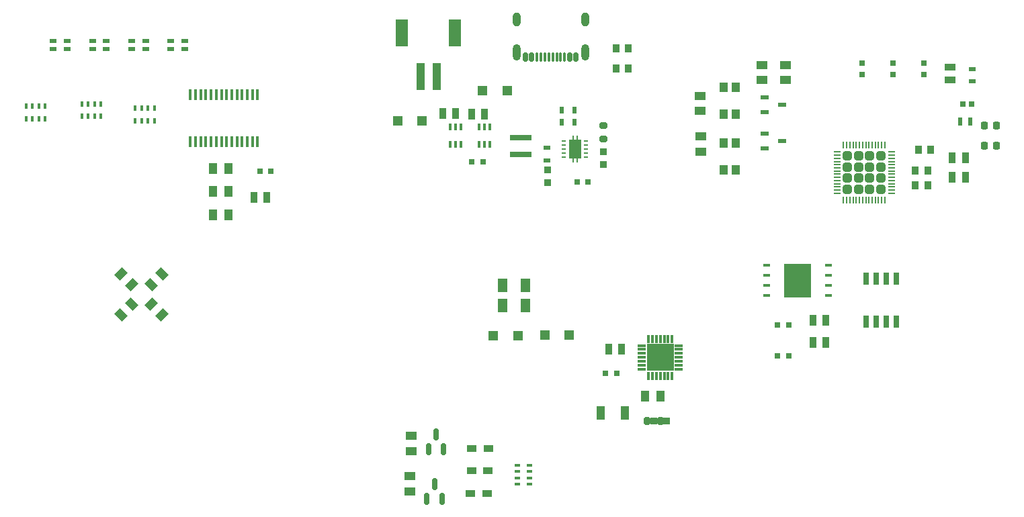
<source format=gtp>
G04 #@! TF.GenerationSoftware,KiCad,Pcbnew,9.0.2*
G04 #@! TF.CreationDate,2025-07-06T22:42:39-05:00*
G04 #@! TF.ProjectId,controller,636f6e74-726f-46c6-9c65-722e6b696361,rev?*
G04 #@! TF.SameCoordinates,Original*
G04 #@! TF.FileFunction,Paste,Top*
G04 #@! TF.FilePolarity,Positive*
%FSLAX46Y46*%
G04 Gerber Fmt 4.6, Leading zero omitted, Abs format (unit mm)*
G04 Created by KiCad (PCBNEW 9.0.2) date 2025-07-06 22:42:39*
%MOMM*%
%LPD*%
G01*
G04 APERTURE LIST*
G04 Aperture macros list*
%AMRoundRect*
0 Rectangle with rounded corners*
0 $1 Rounding radius*
0 $2 $3 $4 $5 $6 $7 $8 $9 X,Y pos of 4 corners*
0 Add a 4 corners polygon primitive as box body*
4,1,4,$2,$3,$4,$5,$6,$7,$8,$9,$2,$3,0*
0 Add four circle primitives for the rounded corners*
1,1,$1+$1,$2,$3*
1,1,$1+$1,$4,$5*
1,1,$1+$1,$6,$7*
1,1,$1+$1,$8,$9*
0 Add four rect primitives between the rounded corners*
20,1,$1+$1,$2,$3,$4,$5,0*
20,1,$1+$1,$4,$5,$6,$7,0*
20,1,$1+$1,$6,$7,$8,$9,0*
20,1,$1+$1,$8,$9,$2,$3,0*%
%AMRotRect*
0 Rectangle, with rotation*
0 The origin of the aperture is its center*
0 $1 length*
0 $2 width*
0 $3 Rotation angle, in degrees counterclockwise*
0 Add horizontal line*
21,1,$1,$2,0,0,$3*%
G04 Aperture macros list end*
%ADD10R,2.700000X0.800000*%
%ADD11R,0.540000X0.940000*%
%ADD12R,0.700000X0.700000*%
%ADD13R,0.900000X0.950000*%
%ADD14RoundRect,0.150000X0.150000X-0.587500X0.150000X0.587500X-0.150000X0.587500X-0.150000X-0.587500X0*%
%ADD15R,1.400000X1.000000*%
%ADD16RotRect,1.000000X1.400000X315.000000*%
%ADD17R,1.150000X1.220000*%
%ADD18R,0.450000X0.800000*%
%ADD19RoundRect,0.200000X-0.200000X-0.275000X0.200000X-0.275000X0.200000X0.275000X-0.200000X0.275000X0*%
%ADD20R,1.000000X1.400000*%
%ADD21R,0.950000X0.900000*%
%ADD22RotRect,1.000000X1.400000X225.000000*%
%ADD23R,0.850000X0.500000*%
%ADD24R,0.700000X0.425000*%
%ADD25R,0.800000X0.800000*%
%ADD26R,1.200000X0.950000*%
%ADD27R,1.000000X1.750000*%
%ADD28R,0.960000X1.390000*%
%ADD29R,1.100000X0.600000*%
%ADD30R,1.150000X1.800000*%
%ADD31RoundRect,0.225000X-0.225000X-0.250000X0.225000X-0.250000X0.225000X0.250000X-0.225000X0.250000X0*%
%ADD32RoundRect,0.150000X0.150000X0.425000X-0.150000X0.425000X-0.150000X-0.425000X0.150000X-0.425000X0*%
%ADD33RoundRect,0.075000X0.075000X0.500000X-0.075000X0.500000X-0.075000X-0.500000X0.075000X-0.500000X0*%
%ADD34O,1.000000X2.100000*%
%ADD35O,1.000000X1.800000*%
%ADD36R,0.950000X0.450000*%
%ADD37R,3.450000X4.350000*%
%ADD38R,0.940000X0.540000*%
%ADD39R,0.850000X1.000000*%
%ADD40RoundRect,0.250000X-0.315000X0.315000X-0.315000X-0.315000X0.315000X-0.315000X0.315000X0.315000X0*%
%ADD41RoundRect,0.050000X-0.050000X0.387500X-0.050000X-0.387500X0.050000X-0.387500X0.050000X0.387500X0*%
%ADD42RoundRect,0.050000X-0.387500X0.050000X-0.387500X-0.050000X0.387500X-0.050000X0.387500X0.050000X0*%
%ADD43R,0.625000X1.000000*%
%ADD44R,0.650000X1.500000*%
%ADD45R,0.450000X0.950000*%
%ADD46R,1.390000X0.960000*%
%ADD47R,1.000000X3.500000*%
%ADD48R,1.500000X3.400000*%
%ADD49R,0.914400X1.447800*%
%ADD50R,1.000000X0.300000*%
%ADD51R,0.300000X1.000000*%
%ADD52R,3.350000X3.350000*%
%ADD53R,1.050000X1.150000*%
%ADD54R,0.450000X1.475000*%
%ADD55RoundRect,0.200000X-0.275000X0.200000X-0.275000X-0.200000X0.275000X-0.200000X0.275000X0.200000X0*%
%ADD56R,0.950000X1.000000*%
%ADD57R,0.425000X0.700000*%
%ADD58R,0.600000X0.240000*%
%ADD59R,1.650000X2.400000*%
%ADD60R,0.250000X0.500000*%
%ADD61RotRect,1.000000X1.400000X135.000000*%
%ADD62RotRect,1.000000X1.400000X45.000000*%
G04 APERTURE END LIST*
D10*
X141600000Y-58950000D03*
X141600000Y-61150000D03*
D11*
X148350000Y-57050000D03*
X146750000Y-57050000D03*
X148350000Y-55550000D03*
X146750000Y-55550000D03*
D12*
X184600000Y-51000000D03*
X184600000Y-49600000D03*
D13*
X158375000Y-94700000D03*
X159975000Y-94700000D03*
D12*
X136850000Y-62000000D03*
X135450000Y-62000000D03*
D14*
X129800000Y-104537500D03*
X131700000Y-104537500D03*
X130750000Y-102662500D03*
D15*
X174950000Y-51750000D03*
X174950000Y-49850000D03*
D14*
X129987500Y-98287500D03*
X131887500Y-98287500D03*
X130937500Y-96412500D03*
D15*
X127850000Y-96600000D03*
X127850000Y-98500000D03*
D16*
X91269061Y-76209873D03*
X92612563Y-77553375D03*
D17*
X144650000Y-83900000D03*
X147750000Y-83900000D03*
D18*
X95450000Y-55300000D03*
X94650000Y-55300000D03*
X93850000Y-55300000D03*
X93050000Y-55300000D03*
X93050000Y-56900000D03*
X93850000Y-56900000D03*
X94650000Y-56900000D03*
X95450000Y-56900000D03*
D19*
X157550000Y-94700000D03*
X159200000Y-94700000D03*
D20*
X157300000Y-91550000D03*
X159200000Y-91550000D03*
D12*
X148700000Y-64550000D03*
X150100000Y-64550000D03*
D17*
X141250000Y-84000000D03*
X138150000Y-84000000D03*
D21*
X152057692Y-60809632D03*
X152057692Y-62409632D03*
D22*
X96430939Y-76209873D03*
X95087437Y-77553375D03*
D23*
X94341667Y-46800000D03*
X92591667Y-46800000D03*
X94341667Y-47800000D03*
X92591667Y-47800000D03*
D24*
X142700000Y-102700000D03*
X142700000Y-101900000D03*
X142700000Y-101100000D03*
X142700000Y-100300000D03*
X141200000Y-100300000D03*
X141200000Y-101100000D03*
X141200000Y-101900000D03*
X141200000Y-102700000D03*
D25*
X197362500Y-54761500D03*
X198462500Y-54761500D03*
D26*
X137400000Y-103850000D03*
X135300000Y-103850000D03*
D27*
X151700000Y-93700000D03*
X154700000Y-93700000D03*
D28*
X178455000Y-84775000D03*
X180075000Y-84775000D03*
D29*
X172350000Y-53900000D03*
X172350000Y-55800000D03*
X174550000Y-54850000D03*
D30*
X139300000Y-80150000D03*
X142200000Y-80150000D03*
D17*
X129200000Y-56900000D03*
X126100000Y-56900000D03*
D31*
X200000000Y-57490000D03*
X201550000Y-57490000D03*
D15*
X127650000Y-103600000D03*
X127650000Y-101700000D03*
D23*
X89408333Y-46800000D03*
X87658333Y-46800000D03*
X89408333Y-47800000D03*
X87658333Y-47800000D03*
D26*
X137550000Y-98200000D03*
X135450000Y-98200000D03*
D28*
X108005000Y-66525000D03*
X109625000Y-66525000D03*
D31*
X200000000Y-60000000D03*
X201550000Y-60000000D03*
D12*
X174000000Y-82600000D03*
X175400000Y-82600000D03*
D28*
X131790000Y-55950000D03*
X133410000Y-55950000D03*
D32*
X148600000Y-48840000D03*
X147800000Y-48840000D03*
D33*
X146650000Y-48840000D03*
X145650000Y-48840000D03*
X145150000Y-48840000D03*
X144150000Y-48840000D03*
D32*
X143000000Y-48840000D03*
X142200000Y-48840000D03*
X142200000Y-48840000D03*
X143000000Y-48840000D03*
D33*
X143650000Y-48840000D03*
X144650000Y-48840000D03*
X146150000Y-48840000D03*
X147150000Y-48840000D03*
D32*
X147800000Y-48840000D03*
X148600000Y-48840000D03*
D34*
X149720000Y-48265000D03*
D35*
X149720000Y-44085000D03*
D34*
X141080000Y-48265000D03*
D35*
X141080000Y-44085000D03*
D36*
X172600000Y-75095000D03*
X172600000Y-76365000D03*
X172600000Y-77635000D03*
X172600000Y-78905000D03*
X180400000Y-78905000D03*
X180400000Y-77635000D03*
X180400000Y-76365000D03*
X180400000Y-75095000D03*
D37*
X176500000Y-77000000D03*
D38*
X198505000Y-51915000D03*
X198505000Y-50315000D03*
D28*
X178455000Y-82025000D03*
X180075000Y-82025000D03*
D39*
X193250000Y-60500000D03*
X191750000Y-60500000D03*
D23*
X84475000Y-46800000D03*
X82725000Y-46800000D03*
X84475000Y-47800000D03*
X82725000Y-47800000D03*
D40*
X187000000Y-61300000D03*
X185600000Y-61300000D03*
X184200000Y-61300000D03*
X182800000Y-61300000D03*
X187000000Y-62700000D03*
X185600000Y-62700000D03*
X184200000Y-62700000D03*
X182800000Y-62700000D03*
X187000000Y-64100000D03*
X185600000Y-64100000D03*
X184200000Y-64100000D03*
X182800000Y-64100000D03*
X187000000Y-65500000D03*
X185600000Y-65500000D03*
X184200000Y-65500000D03*
X182800000Y-65500000D03*
D41*
X187500000Y-59962500D03*
X187100000Y-59962500D03*
X186700000Y-59962500D03*
X186300000Y-59962500D03*
X185900000Y-59962500D03*
X185500000Y-59962500D03*
X185100000Y-59962500D03*
X184700000Y-59962500D03*
X184300000Y-59962500D03*
X183900000Y-59962500D03*
X183500000Y-59962500D03*
X183100000Y-59962500D03*
X182700000Y-59962500D03*
X182300000Y-59962500D03*
D42*
X181462500Y-60800000D03*
X181462500Y-61200000D03*
X181462500Y-61600000D03*
X181462500Y-62000000D03*
X181462500Y-62400000D03*
X181462500Y-62800000D03*
X181462500Y-63200000D03*
X181462500Y-63600000D03*
X181462500Y-64000000D03*
X181462500Y-64400000D03*
X181462500Y-64800000D03*
X181462500Y-65200000D03*
X181462500Y-65600000D03*
X181462500Y-66000000D03*
D41*
X182300000Y-66837500D03*
X182700000Y-66837500D03*
X183100000Y-66837500D03*
X183500000Y-66837500D03*
X183900000Y-66837500D03*
X184300000Y-66837500D03*
X184700000Y-66837500D03*
X185100000Y-66837500D03*
X185500000Y-66837500D03*
X185900000Y-66837500D03*
X186300000Y-66837500D03*
X186700000Y-66837500D03*
X187100000Y-66837500D03*
X187500000Y-66837500D03*
D42*
X188337500Y-66000000D03*
X188337500Y-65600000D03*
X188337500Y-65200000D03*
X188337500Y-64800000D03*
X188337500Y-64400000D03*
X188337500Y-64000000D03*
X188337500Y-63600000D03*
X188337500Y-63200000D03*
X188337500Y-62800000D03*
X188337500Y-62400000D03*
X188337500Y-62000000D03*
X188337500Y-61600000D03*
X188337500Y-61200000D03*
X188337500Y-60800000D03*
D20*
X104750000Y-65800000D03*
X102850000Y-65800000D03*
X102850000Y-62850000D03*
X104750000Y-62850000D03*
D43*
X198275000Y-57000000D03*
X197000000Y-57000000D03*
D39*
X153650000Y-47700000D03*
X155150000Y-47700000D03*
D15*
X164200000Y-55600000D03*
X164200000Y-53700000D03*
D12*
X174000000Y-86500000D03*
X175400000Y-86500000D03*
D44*
X188905000Y-76800000D03*
X187635000Y-76800000D03*
X186365000Y-76800000D03*
X185095000Y-76800000D03*
X185095000Y-82200000D03*
X186365000Y-82200000D03*
X187635000Y-82200000D03*
X188905000Y-82200000D03*
D45*
X137700000Y-57650000D03*
X137050000Y-57650000D03*
X136400000Y-57650000D03*
X136400000Y-59850000D03*
X137050000Y-59850000D03*
X137700000Y-59850000D03*
D26*
X137500000Y-101000000D03*
X135400000Y-101000000D03*
D46*
X195725000Y-51745000D03*
X195725000Y-50125000D03*
D47*
X131000000Y-51321000D03*
X129000000Y-51321000D03*
D48*
X133350000Y-45771000D03*
X126650000Y-45771000D03*
D18*
X81700000Y-55050000D03*
X80900000Y-55050000D03*
X80100000Y-55050000D03*
X79300000Y-55050000D03*
X79300000Y-56650000D03*
X80100000Y-56650000D03*
X80900000Y-56650000D03*
X81700000Y-56650000D03*
D49*
X196000000Y-61552200D03*
X197625600Y-61552200D03*
D12*
X192400000Y-51000000D03*
X192400000Y-49600000D03*
D50*
X156850000Y-85200000D03*
X156850000Y-85700000D03*
X156850000Y-86200000D03*
X156850000Y-86700000D03*
X156850000Y-87200000D03*
X156850000Y-87700000D03*
X156850000Y-88200000D03*
D51*
X157700000Y-89050000D03*
X158200000Y-89050000D03*
X158700000Y-89050000D03*
X159200000Y-89050000D03*
X159700000Y-89050000D03*
X160200000Y-89050000D03*
X160700000Y-89050000D03*
D50*
X161550000Y-88200000D03*
X161550000Y-87700000D03*
X161550000Y-87200000D03*
X161550000Y-86700000D03*
X161550000Y-86200000D03*
X161550000Y-85700000D03*
X161550000Y-85200000D03*
D51*
X160700000Y-84350000D03*
X160200000Y-84350000D03*
X159700000Y-84350000D03*
X159200000Y-84350000D03*
X158700000Y-84350000D03*
X158200000Y-84350000D03*
X157700000Y-84350000D03*
D52*
X159200000Y-86700000D03*
D28*
X152700000Y-85700000D03*
X154320000Y-85700000D03*
D53*
X167225000Y-63025000D03*
X168675000Y-63025000D03*
X167225000Y-59675000D03*
X168675000Y-59675000D03*
D54*
X108450000Y-53600000D03*
X107800000Y-53600000D03*
X107150000Y-53600000D03*
X106500000Y-53600000D03*
X105850000Y-53600000D03*
X105200000Y-53600000D03*
X104550000Y-53600000D03*
X103900000Y-53600000D03*
X103250000Y-53600000D03*
X102600000Y-53600000D03*
X101950000Y-53600000D03*
X101300000Y-53600000D03*
X100650000Y-53600000D03*
X100000000Y-53600000D03*
X100000000Y-59476000D03*
X100650000Y-59476000D03*
X101300000Y-59476000D03*
X101950000Y-59476000D03*
X102600000Y-59476000D03*
X103250000Y-59476000D03*
X103900000Y-59476000D03*
X104550000Y-59476000D03*
X105200000Y-59476000D03*
X105850000Y-59476000D03*
X106500000Y-59476000D03*
X107150000Y-59476000D03*
X107800000Y-59476000D03*
X108450000Y-59476000D03*
D12*
X188500000Y-51000000D03*
X188500000Y-49600000D03*
D21*
X145000000Y-63050000D03*
X145000000Y-64650000D03*
D15*
X164300000Y-60750000D03*
X164300000Y-58850000D03*
D20*
X102850000Y-68750000D03*
X104750000Y-68750000D03*
D15*
X172000000Y-51750000D03*
X172000000Y-49850000D03*
D38*
X144950000Y-61850000D03*
X144950000Y-60250000D03*
D17*
X139900000Y-53050000D03*
X136800000Y-53050000D03*
D53*
X167225000Y-56025000D03*
X168675000Y-56025000D03*
X167225000Y-52675000D03*
X168675000Y-52675000D03*
D12*
X108750000Y-63200000D03*
X110150000Y-63200000D03*
D23*
X99275000Y-46800000D03*
X97525000Y-46800000D03*
X99275000Y-47800000D03*
X97525000Y-47800000D03*
D55*
X152002692Y-57484632D03*
X152002692Y-59134632D03*
D56*
X192900000Y-65000000D03*
X192900000Y-63150000D03*
X191350000Y-63150000D03*
X191350000Y-65000000D03*
D39*
X153650000Y-50250000D03*
X155150000Y-50250000D03*
D29*
X172350000Y-58450000D03*
X172350000Y-60350000D03*
X174550000Y-59400000D03*
D57*
X88700000Y-54800000D03*
X87900000Y-54800000D03*
X87100000Y-54800000D03*
X86300000Y-54800000D03*
X86300000Y-56300000D03*
X87100000Y-56300000D03*
X87900000Y-56300000D03*
X88700000Y-56300000D03*
D12*
X152300000Y-88700000D03*
X153700000Y-88700000D03*
D30*
X139300000Y-77600000D03*
X142200000Y-77600000D03*
D45*
X134050000Y-57600000D03*
X133400000Y-57600000D03*
X132750000Y-57600000D03*
X132750000Y-59800000D03*
X133400000Y-59800000D03*
X134050000Y-59800000D03*
D58*
X147050000Y-59450000D03*
X147050000Y-59950000D03*
X147050000Y-60450000D03*
X147050000Y-60950000D03*
X147050000Y-61450000D03*
X149850000Y-61450000D03*
X149850000Y-60950000D03*
X149850000Y-60450000D03*
X149850000Y-59950000D03*
X149850000Y-59450000D03*
D59*
X148450000Y-60450000D03*
D60*
X148200000Y-61900000D03*
X148700000Y-61900000D03*
X148200000Y-59000000D03*
X148700000Y-59000000D03*
D61*
X96430939Y-81371751D03*
X95087437Y-80028249D03*
D49*
X196000000Y-64000000D03*
X197625600Y-64000000D03*
D62*
X91269061Y-81371751D03*
X92612563Y-80028249D03*
D28*
X137060000Y-56000000D03*
X135440000Y-56000000D03*
M02*

</source>
